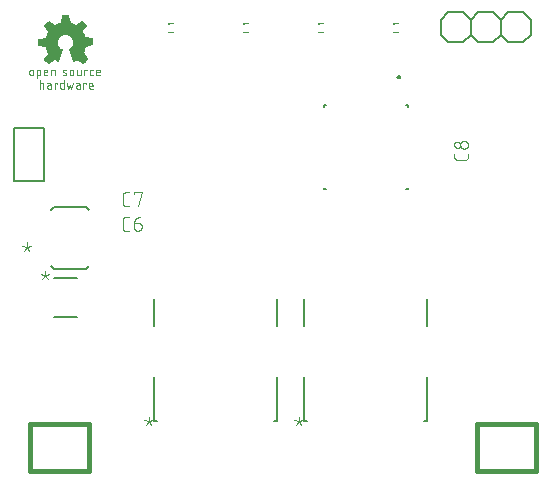
<source format=gbr>
G04 EAGLE Gerber RS-274X export*
G75*
%MOMM*%
%FSLAX34Y34*%
%LPD*%
%INSilkscreen Top*%
%IPPOS*%
%AMOC8*
5,1,8,0,0,1.08239X$1,22.5*%
G01*
%ADD10C,0.406400*%
%ADD11C,0.101600*%
%ADD12C,0.050800*%
%ADD13C,0.152400*%
%ADD14C,0.203200*%
%ADD15R,0.250000X0.225000*%
%ADD16C,0.200000*%
%ADD17C,0.127000*%
%ADD18C,0.076200*%

G36*
X36719Y362469D02*
X36719Y362469D01*
X36772Y362468D01*
X36795Y362479D01*
X36806Y362481D01*
X36816Y362489D01*
X36846Y362503D01*
X41927Y365973D01*
X44714Y364519D01*
X44747Y364513D01*
X44777Y364497D01*
X44815Y364499D01*
X44852Y364492D01*
X44884Y364504D01*
X44917Y364506D01*
X44948Y364528D01*
X44984Y364542D01*
X45004Y364569D01*
X45031Y364589D01*
X45064Y364650D01*
X45068Y364655D01*
X45068Y364657D01*
X45070Y364660D01*
X48626Y374820D01*
X48630Y374890D01*
X48634Y374960D01*
X48634Y374961D01*
X48600Y375021D01*
X48566Y375083D01*
X48565Y375084D01*
X48563Y375085D01*
X48500Y375130D01*
X47262Y375750D01*
X46207Y376603D01*
X46048Y376801D01*
X45358Y377662D01*
X44756Y378878D01*
X44429Y380195D01*
X44391Y381552D01*
X44644Y382885D01*
X45177Y384133D01*
X45965Y385238D01*
X46971Y386149D01*
X48149Y386823D01*
X49443Y387230D01*
X50796Y387349D01*
X52104Y387189D01*
X53352Y386765D01*
X54488Y386095D01*
X55464Y385207D01*
X56237Y384140D01*
X56777Y382937D01*
X57061Y381649D01*
X57075Y380331D01*
X56821Y379037D01*
X56308Y377822D01*
X55558Y376737D01*
X54603Y375828D01*
X53461Y375119D01*
X53418Y375072D01*
X53373Y375027D01*
X53371Y375020D01*
X53366Y375015D01*
X53355Y374952D01*
X53341Y374890D01*
X53343Y374881D01*
X53342Y374876D01*
X53346Y374866D01*
X53359Y374810D01*
X57296Y364904D01*
X57307Y364890D01*
X57311Y364873D01*
X57349Y364836D01*
X57382Y364793D01*
X57399Y364787D01*
X57412Y364775D01*
X57464Y364764D01*
X57515Y364745D01*
X57532Y364749D01*
X57549Y364745D01*
X57628Y364764D01*
X59152Y365399D01*
X59162Y365407D01*
X59195Y365422D01*
X60576Y366342D01*
X65514Y362886D01*
X65567Y362868D01*
X65617Y362843D01*
X65632Y362845D01*
X65647Y362840D01*
X65701Y362853D01*
X65757Y362859D01*
X65775Y362871D01*
X65784Y362873D01*
X65793Y362882D01*
X65826Y362902D01*
X66842Y363791D01*
X66845Y363796D01*
X66854Y363803D01*
X67743Y364692D01*
X67746Y364696D01*
X67753Y364703D01*
X68769Y365846D01*
X68772Y365851D01*
X68780Y365859D01*
X69669Y367002D01*
X69687Y367046D01*
X69712Y367087D01*
X69712Y367110D01*
X69721Y367132D01*
X69712Y367180D01*
X69712Y367228D01*
X69697Y367259D01*
X69695Y367271D01*
X69688Y367279D01*
X69677Y367301D01*
X66086Y372502D01*
X66894Y373887D01*
X66897Y373900D01*
X66915Y373935D01*
X67423Y375459D01*
X67424Y375466D01*
X67429Y375478D01*
X67897Y377351D01*
X73960Y378465D01*
X74016Y378493D01*
X74074Y378518D01*
X74079Y378524D01*
X74086Y378528D01*
X74119Y378582D01*
X74154Y378634D01*
X74156Y378644D01*
X74159Y378649D01*
X74158Y378660D01*
X74167Y378714D01*
X74167Y381635D01*
X74165Y381642D01*
X74166Y381658D01*
X74039Y383055D01*
X74039Y383056D01*
X74039Y383057D01*
X73912Y384327D01*
X73893Y384375D01*
X73882Y384424D01*
X73867Y384439D01*
X73860Y384458D01*
X73818Y384488D01*
X73782Y384524D01*
X73755Y384534D01*
X73745Y384540D01*
X73734Y384541D01*
X73706Y384551D01*
X67634Y385666D01*
X67171Y387170D01*
X67166Y387179D01*
X67160Y387201D01*
X66525Y388598D01*
X66519Y388604D01*
X66513Y388621D01*
X65628Y390138D01*
X65573Y390248D01*
X69040Y395076D01*
X69057Y395125D01*
X69082Y395171D01*
X69080Y395191D01*
X69087Y395209D01*
X69075Y395260D01*
X69072Y395311D01*
X69058Y395335D01*
X69056Y395347D01*
X69047Y395355D01*
X69032Y395382D01*
X68016Y396652D01*
X68008Y396657D01*
X67997Y396673D01*
X66727Y397943D01*
X66722Y397946D01*
X66715Y397955D01*
X65699Y398844D01*
X65691Y398847D01*
X65679Y398859D01*
X64790Y399494D01*
X64748Y399509D01*
X64711Y399532D01*
X64683Y399532D01*
X64657Y399541D01*
X64614Y399531D01*
X64570Y399530D01*
X64532Y399512D01*
X64520Y399509D01*
X64514Y399503D01*
X64497Y399495D01*
X59420Y395904D01*
X58416Y396461D01*
X58409Y396463D01*
X58396Y396471D01*
X56110Y397487D01*
X56097Y397489D01*
X56062Y397503D01*
X55083Y397721D01*
X53970Y403779D01*
X53946Y403826D01*
X53930Y403876D01*
X53915Y403888D01*
X53907Y403905D01*
X53862Y403932D01*
X53821Y403966D01*
X53796Y403972D01*
X53786Y403978D01*
X53774Y403977D01*
X53742Y403985D01*
X52218Y404112D01*
X52211Y404111D01*
X52197Y404113D01*
X49276Y404113D01*
X49268Y404111D01*
X49251Y404112D01*
X47981Y403985D01*
X47932Y403965D01*
X47880Y403953D01*
X47867Y403939D01*
X47850Y403933D01*
X47819Y403890D01*
X47782Y403852D01*
X47774Y403827D01*
X47768Y403818D01*
X47767Y403806D01*
X47756Y403775D01*
X46765Y397829D01*
X45005Y397242D01*
X45001Y397239D01*
X44991Y397237D01*
X43721Y396729D01*
X43713Y396723D01*
X43689Y396714D01*
X42053Y395779D01*
X37106Y399366D01*
X37058Y399383D01*
X37013Y399408D01*
X36993Y399407D01*
X36973Y399414D01*
X36923Y399403D01*
X36873Y399400D01*
X36847Y399386D01*
X36835Y399383D01*
X36827Y399375D01*
X36802Y399361D01*
X35659Y398472D01*
X35653Y398464D01*
X35635Y398451D01*
X34365Y397181D01*
X34362Y397177D01*
X34355Y397170D01*
X33343Y396033D01*
X32714Y395403D01*
X32684Y395348D01*
X32650Y395296D01*
X32650Y395287D01*
X32646Y395280D01*
X32650Y395217D01*
X32649Y395155D01*
X32654Y395145D01*
X32654Y395139D01*
X32661Y395130D01*
X32684Y395081D01*
X36148Y390008D01*
X35470Y388877D01*
X35468Y388869D01*
X35457Y388853D01*
X34695Y387202D01*
X34693Y387190D01*
X34681Y387163D01*
X34304Y385783D01*
X33985Y385038D01*
X27899Y384044D01*
X27840Y384016D01*
X27780Y383990D01*
X27777Y383986D01*
X27772Y383983D01*
X27737Y383928D01*
X27700Y383874D01*
X27699Y383867D01*
X27697Y383864D01*
X27697Y383855D01*
X27687Y383794D01*
X27687Y378206D01*
X27705Y378143D01*
X27721Y378080D01*
X27724Y378076D01*
X27726Y378071D01*
X27775Y378027D01*
X27822Y377982D01*
X27829Y377980D01*
X27831Y377977D01*
X27840Y377976D01*
X27899Y377956D01*
X33964Y376966D01*
X34428Y375342D01*
X34428Y375341D01*
X34428Y375339D01*
X34809Y374069D01*
X34816Y374059D01*
X34826Y374029D01*
X35334Y373013D01*
X35337Y373009D01*
X35341Y372998D01*
X36147Y371617D01*
X32561Y366671D01*
X32541Y366615D01*
X32516Y366562D01*
X32518Y366550D01*
X32513Y366538D01*
X32525Y366484D01*
X32525Y366480D01*
X32527Y366475D01*
X32533Y366422D01*
X32542Y366408D01*
X32544Y366400D01*
X32553Y366391D01*
X32577Y366354D01*
X33593Y365211D01*
X33597Y365208D01*
X33603Y365200D01*
X34492Y364311D01*
X34496Y364308D01*
X34503Y364301D01*
X35646Y363285D01*
X35647Y363284D01*
X35649Y363282D01*
X36538Y362520D01*
X36587Y362498D01*
X36631Y362469D01*
X36650Y362469D01*
X36666Y362461D01*
X36719Y362469D01*
G37*
D10*
X70800Y58100D02*
X20800Y58100D01*
X20800Y18100D01*
X70800Y18100D01*
X70800Y58100D01*
D11*
X101704Y221508D02*
X104301Y221508D01*
X101704Y221508D02*
X101605Y221510D01*
X101505Y221516D01*
X101406Y221525D01*
X101308Y221538D01*
X101210Y221555D01*
X101112Y221576D01*
X101016Y221601D01*
X100921Y221629D01*
X100827Y221661D01*
X100734Y221696D01*
X100642Y221735D01*
X100552Y221778D01*
X100464Y221823D01*
X100377Y221873D01*
X100293Y221925D01*
X100210Y221981D01*
X100130Y222039D01*
X100052Y222101D01*
X99977Y222166D01*
X99904Y222234D01*
X99834Y222304D01*
X99766Y222377D01*
X99701Y222452D01*
X99639Y222530D01*
X99581Y222610D01*
X99525Y222693D01*
X99473Y222777D01*
X99423Y222864D01*
X99378Y222952D01*
X99335Y223042D01*
X99296Y223134D01*
X99261Y223227D01*
X99229Y223321D01*
X99201Y223416D01*
X99176Y223512D01*
X99155Y223610D01*
X99138Y223708D01*
X99125Y223806D01*
X99116Y223905D01*
X99110Y224005D01*
X99108Y224104D01*
X99108Y230596D01*
X99110Y230695D01*
X99116Y230795D01*
X99125Y230894D01*
X99138Y230992D01*
X99155Y231090D01*
X99176Y231188D01*
X99201Y231284D01*
X99229Y231379D01*
X99261Y231473D01*
X99296Y231566D01*
X99335Y231658D01*
X99378Y231748D01*
X99423Y231836D01*
X99473Y231923D01*
X99525Y232007D01*
X99581Y232090D01*
X99639Y232170D01*
X99701Y232248D01*
X99766Y232323D01*
X99834Y232396D01*
X99904Y232466D01*
X99977Y232534D01*
X100052Y232599D01*
X100130Y232661D01*
X100210Y232719D01*
X100293Y232775D01*
X100377Y232827D01*
X100464Y232877D01*
X100552Y232922D01*
X100642Y232965D01*
X100734Y233004D01*
X100826Y233039D01*
X100921Y233071D01*
X101016Y233099D01*
X101112Y233124D01*
X101210Y233145D01*
X101308Y233162D01*
X101406Y233175D01*
X101505Y233184D01*
X101605Y233190D01*
X101704Y233192D01*
X104301Y233192D01*
X108666Y227999D02*
X112561Y227999D01*
X112660Y227997D01*
X112760Y227991D01*
X112859Y227982D01*
X112957Y227969D01*
X113055Y227952D01*
X113153Y227931D01*
X113249Y227906D01*
X113344Y227878D01*
X113438Y227846D01*
X113531Y227811D01*
X113623Y227772D01*
X113713Y227729D01*
X113801Y227684D01*
X113888Y227634D01*
X113972Y227582D01*
X114055Y227526D01*
X114135Y227468D01*
X114213Y227406D01*
X114288Y227341D01*
X114361Y227273D01*
X114431Y227203D01*
X114499Y227130D01*
X114564Y227055D01*
X114626Y226977D01*
X114684Y226897D01*
X114740Y226814D01*
X114792Y226730D01*
X114842Y226643D01*
X114887Y226555D01*
X114930Y226465D01*
X114969Y226373D01*
X115004Y226280D01*
X115036Y226186D01*
X115064Y226091D01*
X115089Y225995D01*
X115110Y225897D01*
X115127Y225799D01*
X115140Y225701D01*
X115149Y225602D01*
X115155Y225502D01*
X115157Y225403D01*
X115157Y224754D01*
X115158Y224754D02*
X115156Y224641D01*
X115150Y224528D01*
X115140Y224415D01*
X115126Y224302D01*
X115109Y224190D01*
X115087Y224079D01*
X115062Y223969D01*
X115032Y223859D01*
X114999Y223751D01*
X114962Y223644D01*
X114922Y223538D01*
X114877Y223434D01*
X114829Y223331D01*
X114778Y223230D01*
X114723Y223131D01*
X114665Y223034D01*
X114603Y222939D01*
X114538Y222846D01*
X114470Y222756D01*
X114399Y222668D01*
X114324Y222582D01*
X114247Y222499D01*
X114167Y222419D01*
X114084Y222342D01*
X113998Y222267D01*
X113910Y222196D01*
X113820Y222128D01*
X113727Y222063D01*
X113632Y222001D01*
X113535Y221943D01*
X113436Y221888D01*
X113335Y221837D01*
X113232Y221789D01*
X113128Y221744D01*
X113022Y221704D01*
X112915Y221667D01*
X112807Y221634D01*
X112697Y221604D01*
X112587Y221579D01*
X112476Y221557D01*
X112364Y221540D01*
X112251Y221526D01*
X112138Y221516D01*
X112025Y221510D01*
X111912Y221508D01*
X111799Y221510D01*
X111686Y221516D01*
X111573Y221526D01*
X111460Y221540D01*
X111348Y221557D01*
X111237Y221579D01*
X111127Y221604D01*
X111017Y221634D01*
X110909Y221667D01*
X110802Y221704D01*
X110696Y221744D01*
X110592Y221789D01*
X110489Y221837D01*
X110388Y221888D01*
X110289Y221943D01*
X110192Y222001D01*
X110097Y222063D01*
X110004Y222128D01*
X109914Y222196D01*
X109826Y222267D01*
X109740Y222342D01*
X109657Y222419D01*
X109577Y222499D01*
X109500Y222582D01*
X109425Y222668D01*
X109354Y222756D01*
X109286Y222846D01*
X109221Y222939D01*
X109159Y223034D01*
X109101Y223131D01*
X109046Y223230D01*
X108995Y223331D01*
X108947Y223434D01*
X108902Y223538D01*
X108862Y223644D01*
X108825Y223751D01*
X108792Y223859D01*
X108762Y223969D01*
X108737Y224079D01*
X108715Y224190D01*
X108698Y224302D01*
X108684Y224415D01*
X108674Y224528D01*
X108668Y224641D01*
X108666Y224754D01*
X108666Y227999D01*
X108668Y228142D01*
X108674Y228285D01*
X108684Y228428D01*
X108698Y228570D01*
X108715Y228712D01*
X108737Y228854D01*
X108762Y228995D01*
X108792Y229135D01*
X108825Y229274D01*
X108862Y229412D01*
X108903Y229549D01*
X108947Y229685D01*
X108996Y229820D01*
X109048Y229953D01*
X109103Y230085D01*
X109163Y230215D01*
X109226Y230344D01*
X109292Y230471D01*
X109362Y230595D01*
X109435Y230718D01*
X109512Y230839D01*
X109592Y230958D01*
X109675Y231074D01*
X109761Y231189D01*
X109850Y231300D01*
X109943Y231410D01*
X110038Y231516D01*
X110137Y231620D01*
X110238Y231721D01*
X110342Y231820D01*
X110448Y231915D01*
X110558Y232008D01*
X110669Y232097D01*
X110784Y232183D01*
X110900Y232266D01*
X111019Y232346D01*
X111140Y232423D01*
X111262Y232496D01*
X111387Y232566D01*
X111514Y232632D01*
X111643Y232695D01*
X111773Y232755D01*
X111905Y232810D01*
X112038Y232862D01*
X112173Y232911D01*
X112309Y232955D01*
X112446Y232996D01*
X112584Y233033D01*
X112723Y233066D01*
X112863Y233096D01*
X113004Y233121D01*
X113146Y233143D01*
X113288Y233160D01*
X113430Y233174D01*
X113573Y233184D01*
X113716Y233190D01*
X113859Y233192D01*
X104401Y242408D02*
X101804Y242408D01*
X101705Y242410D01*
X101605Y242416D01*
X101506Y242425D01*
X101408Y242438D01*
X101310Y242455D01*
X101212Y242476D01*
X101116Y242501D01*
X101021Y242529D01*
X100927Y242561D01*
X100834Y242596D01*
X100742Y242635D01*
X100652Y242678D01*
X100564Y242723D01*
X100477Y242773D01*
X100393Y242825D01*
X100310Y242881D01*
X100230Y242939D01*
X100152Y243001D01*
X100077Y243066D01*
X100004Y243134D01*
X99934Y243204D01*
X99866Y243277D01*
X99801Y243352D01*
X99739Y243430D01*
X99681Y243510D01*
X99625Y243593D01*
X99573Y243677D01*
X99523Y243764D01*
X99478Y243852D01*
X99435Y243942D01*
X99396Y244034D01*
X99361Y244127D01*
X99329Y244221D01*
X99301Y244316D01*
X99276Y244412D01*
X99255Y244510D01*
X99238Y244608D01*
X99225Y244706D01*
X99216Y244805D01*
X99210Y244905D01*
X99208Y245004D01*
X99208Y251496D01*
X99210Y251595D01*
X99216Y251695D01*
X99225Y251794D01*
X99238Y251892D01*
X99255Y251990D01*
X99276Y252088D01*
X99301Y252184D01*
X99329Y252279D01*
X99361Y252373D01*
X99396Y252466D01*
X99435Y252558D01*
X99478Y252648D01*
X99523Y252736D01*
X99573Y252823D01*
X99625Y252907D01*
X99681Y252990D01*
X99739Y253070D01*
X99801Y253148D01*
X99866Y253223D01*
X99934Y253296D01*
X100004Y253366D01*
X100077Y253434D01*
X100152Y253499D01*
X100230Y253561D01*
X100310Y253619D01*
X100393Y253675D01*
X100477Y253727D01*
X100564Y253777D01*
X100652Y253822D01*
X100742Y253865D01*
X100834Y253904D01*
X100926Y253939D01*
X101021Y253971D01*
X101116Y253999D01*
X101212Y254024D01*
X101310Y254045D01*
X101408Y254062D01*
X101506Y254075D01*
X101605Y254084D01*
X101705Y254090D01*
X101804Y254092D01*
X104401Y254092D01*
X108766Y254092D02*
X108766Y252794D01*
X108766Y254092D02*
X115257Y254092D01*
X112012Y242408D01*
X391442Y284089D02*
X391442Y286686D01*
X391442Y284089D02*
X391440Y283990D01*
X391434Y283890D01*
X391425Y283791D01*
X391412Y283693D01*
X391395Y283595D01*
X391374Y283497D01*
X391349Y283401D01*
X391321Y283306D01*
X391289Y283212D01*
X391254Y283119D01*
X391215Y283027D01*
X391172Y282937D01*
X391127Y282849D01*
X391077Y282762D01*
X391025Y282678D01*
X390969Y282595D01*
X390911Y282515D01*
X390849Y282437D01*
X390784Y282362D01*
X390716Y282289D01*
X390646Y282219D01*
X390573Y282151D01*
X390498Y282086D01*
X390420Y282024D01*
X390340Y281966D01*
X390257Y281910D01*
X390173Y281858D01*
X390086Y281808D01*
X389998Y281763D01*
X389908Y281720D01*
X389816Y281681D01*
X389723Y281646D01*
X389629Y281614D01*
X389534Y281586D01*
X389438Y281561D01*
X389340Y281540D01*
X389242Y281523D01*
X389144Y281510D01*
X389045Y281501D01*
X388945Y281495D01*
X388846Y281493D01*
X382354Y281493D01*
X382354Y281492D02*
X382255Y281494D01*
X382155Y281500D01*
X382056Y281509D01*
X381958Y281522D01*
X381860Y281540D01*
X381762Y281560D01*
X381666Y281585D01*
X381570Y281613D01*
X381476Y281645D01*
X381383Y281680D01*
X381292Y281719D01*
X381202Y281762D01*
X381113Y281807D01*
X381027Y281857D01*
X380942Y281909D01*
X380860Y281965D01*
X380780Y282024D01*
X380702Y282085D01*
X380626Y282150D01*
X380553Y282218D01*
X380483Y282288D01*
X380415Y282361D01*
X380350Y282437D01*
X380289Y282515D01*
X380230Y282595D01*
X380174Y282677D01*
X380122Y282762D01*
X380073Y282848D01*
X380027Y282937D01*
X379984Y283027D01*
X379945Y283118D01*
X379910Y283211D01*
X379878Y283305D01*
X379850Y283401D01*
X379825Y283497D01*
X379805Y283595D01*
X379787Y283693D01*
X379774Y283791D01*
X379765Y283890D01*
X379759Y283989D01*
X379757Y284089D01*
X379758Y284089D02*
X379758Y286686D01*
X388196Y291050D02*
X388083Y291052D01*
X387970Y291058D01*
X387857Y291068D01*
X387744Y291082D01*
X387632Y291099D01*
X387521Y291121D01*
X387411Y291146D01*
X387301Y291176D01*
X387193Y291209D01*
X387086Y291246D01*
X386980Y291286D01*
X386876Y291331D01*
X386773Y291379D01*
X386672Y291430D01*
X386573Y291485D01*
X386476Y291543D01*
X386381Y291605D01*
X386288Y291670D01*
X386198Y291738D01*
X386110Y291809D01*
X386024Y291884D01*
X385941Y291961D01*
X385861Y292041D01*
X385784Y292124D01*
X385709Y292210D01*
X385638Y292298D01*
X385570Y292388D01*
X385505Y292481D01*
X385443Y292576D01*
X385385Y292673D01*
X385330Y292772D01*
X385279Y292873D01*
X385231Y292976D01*
X385186Y293080D01*
X385146Y293186D01*
X385109Y293293D01*
X385076Y293401D01*
X385046Y293511D01*
X385021Y293621D01*
X384999Y293732D01*
X384982Y293844D01*
X384968Y293957D01*
X384958Y294070D01*
X384952Y294183D01*
X384950Y294296D01*
X384952Y294409D01*
X384958Y294522D01*
X384968Y294635D01*
X384982Y294748D01*
X384999Y294860D01*
X385021Y294971D01*
X385046Y295081D01*
X385076Y295191D01*
X385109Y295299D01*
X385146Y295406D01*
X385186Y295512D01*
X385231Y295616D01*
X385279Y295719D01*
X385330Y295820D01*
X385385Y295919D01*
X385443Y296016D01*
X385505Y296111D01*
X385570Y296204D01*
X385638Y296294D01*
X385709Y296382D01*
X385784Y296468D01*
X385861Y296551D01*
X385941Y296631D01*
X386024Y296708D01*
X386110Y296783D01*
X386198Y296854D01*
X386288Y296922D01*
X386381Y296987D01*
X386476Y297049D01*
X386573Y297107D01*
X386672Y297162D01*
X386773Y297213D01*
X386876Y297261D01*
X386980Y297306D01*
X387086Y297346D01*
X387193Y297383D01*
X387301Y297416D01*
X387411Y297446D01*
X387521Y297471D01*
X387632Y297493D01*
X387744Y297510D01*
X387857Y297524D01*
X387970Y297534D01*
X388083Y297540D01*
X388196Y297542D01*
X388309Y297540D01*
X388422Y297534D01*
X388535Y297524D01*
X388648Y297510D01*
X388760Y297493D01*
X388871Y297471D01*
X388981Y297446D01*
X389091Y297416D01*
X389199Y297383D01*
X389306Y297346D01*
X389412Y297306D01*
X389516Y297261D01*
X389619Y297213D01*
X389720Y297162D01*
X389819Y297107D01*
X389916Y297049D01*
X390011Y296987D01*
X390104Y296922D01*
X390194Y296854D01*
X390282Y296783D01*
X390368Y296708D01*
X390451Y296631D01*
X390531Y296551D01*
X390608Y296468D01*
X390683Y296382D01*
X390754Y296294D01*
X390822Y296204D01*
X390887Y296111D01*
X390949Y296016D01*
X391007Y295919D01*
X391062Y295820D01*
X391113Y295719D01*
X391161Y295616D01*
X391206Y295512D01*
X391246Y295406D01*
X391283Y295299D01*
X391316Y295191D01*
X391346Y295081D01*
X391371Y294971D01*
X391393Y294860D01*
X391410Y294748D01*
X391424Y294635D01*
X391434Y294522D01*
X391440Y294409D01*
X391442Y294296D01*
X391440Y294183D01*
X391434Y294070D01*
X391424Y293957D01*
X391410Y293844D01*
X391393Y293732D01*
X391371Y293621D01*
X391346Y293511D01*
X391316Y293401D01*
X391283Y293293D01*
X391246Y293186D01*
X391206Y293080D01*
X391161Y292976D01*
X391113Y292873D01*
X391062Y292772D01*
X391007Y292673D01*
X390949Y292576D01*
X390887Y292481D01*
X390822Y292388D01*
X390754Y292298D01*
X390683Y292210D01*
X390608Y292124D01*
X390531Y292041D01*
X390451Y291961D01*
X390368Y291884D01*
X390282Y291809D01*
X390194Y291738D01*
X390104Y291670D01*
X390011Y291605D01*
X389916Y291543D01*
X389819Y291485D01*
X389720Y291430D01*
X389619Y291379D01*
X389516Y291331D01*
X389412Y291286D01*
X389306Y291246D01*
X389199Y291209D01*
X389091Y291176D01*
X388981Y291146D01*
X388871Y291121D01*
X388760Y291099D01*
X388648Y291082D01*
X388535Y291068D01*
X388422Y291058D01*
X388309Y291052D01*
X388196Y291050D01*
X382354Y291700D02*
X382253Y291702D01*
X382153Y291708D01*
X382053Y291718D01*
X381953Y291731D01*
X381854Y291749D01*
X381755Y291770D01*
X381658Y291795D01*
X381561Y291824D01*
X381466Y291857D01*
X381372Y291893D01*
X381280Y291933D01*
X381189Y291976D01*
X381100Y292023D01*
X381013Y292073D01*
X380927Y292127D01*
X380844Y292184D01*
X380764Y292244D01*
X380685Y292307D01*
X380609Y292374D01*
X380536Y292443D01*
X380466Y292515D01*
X380398Y292589D01*
X380333Y292666D01*
X380272Y292746D01*
X380213Y292828D01*
X380158Y292912D01*
X380106Y292998D01*
X380057Y293086D01*
X380012Y293176D01*
X379970Y293268D01*
X379932Y293361D01*
X379898Y293456D01*
X379867Y293551D01*
X379840Y293648D01*
X379817Y293746D01*
X379797Y293845D01*
X379782Y293945D01*
X379770Y294045D01*
X379762Y294145D01*
X379758Y294246D01*
X379758Y294346D01*
X379762Y294447D01*
X379770Y294547D01*
X379782Y294647D01*
X379797Y294747D01*
X379817Y294846D01*
X379840Y294944D01*
X379867Y295041D01*
X379898Y295136D01*
X379932Y295231D01*
X379970Y295324D01*
X380012Y295416D01*
X380057Y295506D01*
X380106Y295594D01*
X380158Y295680D01*
X380213Y295764D01*
X380272Y295846D01*
X380333Y295926D01*
X380398Y296003D01*
X380466Y296077D01*
X380536Y296149D01*
X380609Y296218D01*
X380685Y296285D01*
X380764Y296348D01*
X380844Y296408D01*
X380927Y296465D01*
X381013Y296519D01*
X381100Y296569D01*
X381189Y296616D01*
X381280Y296659D01*
X381372Y296699D01*
X381466Y296735D01*
X381561Y296768D01*
X381658Y296797D01*
X381755Y296822D01*
X381854Y296843D01*
X381953Y296861D01*
X382053Y296874D01*
X382153Y296884D01*
X382253Y296890D01*
X382354Y296892D01*
X382455Y296890D01*
X382555Y296884D01*
X382655Y296874D01*
X382755Y296861D01*
X382854Y296843D01*
X382953Y296822D01*
X383050Y296797D01*
X383147Y296768D01*
X383242Y296735D01*
X383336Y296699D01*
X383428Y296659D01*
X383519Y296616D01*
X383608Y296569D01*
X383695Y296519D01*
X383781Y296465D01*
X383864Y296408D01*
X383944Y296348D01*
X384023Y296285D01*
X384099Y296218D01*
X384172Y296149D01*
X384242Y296077D01*
X384310Y296003D01*
X384375Y295926D01*
X384436Y295846D01*
X384495Y295764D01*
X384550Y295680D01*
X384602Y295594D01*
X384651Y295506D01*
X384696Y295416D01*
X384738Y295324D01*
X384776Y295231D01*
X384810Y295136D01*
X384841Y295041D01*
X384868Y294944D01*
X384891Y294846D01*
X384911Y294747D01*
X384926Y294647D01*
X384938Y294547D01*
X384946Y294447D01*
X384950Y294346D01*
X384950Y294246D01*
X384946Y294145D01*
X384938Y294045D01*
X384926Y293945D01*
X384911Y293845D01*
X384891Y293746D01*
X384868Y293648D01*
X384841Y293551D01*
X384810Y293456D01*
X384776Y293361D01*
X384738Y293268D01*
X384696Y293176D01*
X384651Y293086D01*
X384602Y292998D01*
X384550Y292912D01*
X384495Y292828D01*
X384436Y292746D01*
X384375Y292666D01*
X384310Y292589D01*
X384242Y292515D01*
X384172Y292443D01*
X384099Y292374D01*
X384023Y292307D01*
X383944Y292244D01*
X383864Y292184D01*
X383781Y292127D01*
X383695Y292073D01*
X383608Y292023D01*
X383519Y291976D01*
X383428Y291933D01*
X383336Y291893D01*
X383242Y291857D01*
X383147Y291824D01*
X383050Y291795D01*
X382953Y291770D01*
X382854Y291749D01*
X382755Y291731D01*
X382655Y291718D01*
X382555Y291708D01*
X382455Y291702D01*
X382354Y291700D01*
D12*
X20131Y354894D02*
X20131Y356475D01*
X20132Y356475D02*
X20134Y356554D01*
X20140Y356632D01*
X20150Y356710D01*
X20163Y356788D01*
X20181Y356865D01*
X20202Y356941D01*
X20227Y357015D01*
X20256Y357089D01*
X20288Y357161D01*
X20324Y357231D01*
X20364Y357299D01*
X20407Y357365D01*
X20453Y357429D01*
X20502Y357491D01*
X20554Y357550D01*
X20609Y357606D01*
X20667Y357660D01*
X20727Y357710D01*
X20790Y357758D01*
X20855Y357802D01*
X20922Y357843D01*
X20991Y357881D01*
X21062Y357915D01*
X21135Y357946D01*
X21209Y357973D01*
X21284Y357996D01*
X21360Y358015D01*
X21438Y358031D01*
X21516Y358043D01*
X21594Y358051D01*
X21673Y358055D01*
X21751Y358055D01*
X21830Y358051D01*
X21908Y358043D01*
X21986Y358031D01*
X22064Y358015D01*
X22140Y357996D01*
X22215Y357973D01*
X22289Y357946D01*
X22362Y357915D01*
X22433Y357881D01*
X22502Y357843D01*
X22569Y357802D01*
X22634Y357758D01*
X22697Y357710D01*
X22757Y357660D01*
X22815Y357606D01*
X22870Y357550D01*
X22922Y357491D01*
X22971Y357429D01*
X23017Y357365D01*
X23060Y357299D01*
X23100Y357231D01*
X23136Y357161D01*
X23168Y357089D01*
X23197Y357015D01*
X23222Y356941D01*
X23243Y356865D01*
X23261Y356788D01*
X23274Y356710D01*
X23284Y356632D01*
X23290Y356554D01*
X23292Y356475D01*
X23292Y354894D01*
X23290Y354815D01*
X23284Y354737D01*
X23274Y354659D01*
X23261Y354581D01*
X23243Y354504D01*
X23222Y354428D01*
X23197Y354354D01*
X23168Y354280D01*
X23136Y354208D01*
X23100Y354138D01*
X23060Y354070D01*
X23017Y354004D01*
X22971Y353940D01*
X22922Y353878D01*
X22870Y353819D01*
X22815Y353763D01*
X22757Y353709D01*
X22697Y353659D01*
X22634Y353611D01*
X22569Y353567D01*
X22502Y353526D01*
X22433Y353488D01*
X22362Y353454D01*
X22289Y353423D01*
X22215Y353396D01*
X22140Y353373D01*
X22064Y353354D01*
X21986Y353338D01*
X21908Y353326D01*
X21830Y353318D01*
X21751Y353314D01*
X21673Y353314D01*
X21594Y353318D01*
X21516Y353326D01*
X21438Y353338D01*
X21360Y353354D01*
X21284Y353373D01*
X21209Y353396D01*
X21135Y353423D01*
X21062Y353454D01*
X20991Y353488D01*
X20922Y353526D01*
X20855Y353567D01*
X20790Y353611D01*
X20727Y353659D01*
X20667Y353709D01*
X20609Y353763D01*
X20554Y353819D01*
X20502Y353878D01*
X20453Y353940D01*
X20407Y354004D01*
X20364Y354070D01*
X20324Y354138D01*
X20288Y354208D01*
X20256Y354280D01*
X20227Y354354D01*
X20202Y354428D01*
X20181Y354504D01*
X20163Y354581D01*
X20150Y354659D01*
X20140Y354737D01*
X20134Y354815D01*
X20132Y354894D01*
X26336Y358055D02*
X26336Y350943D01*
X26336Y358055D02*
X28311Y358055D01*
X28377Y358053D01*
X28444Y358048D01*
X28509Y358038D01*
X28575Y358025D01*
X28639Y358009D01*
X28702Y357989D01*
X28764Y357965D01*
X28825Y357938D01*
X28884Y357907D01*
X28941Y357873D01*
X28997Y357836D01*
X29050Y357796D01*
X29101Y357754D01*
X29149Y357708D01*
X29195Y357660D01*
X29237Y357609D01*
X29277Y357556D01*
X29314Y357500D01*
X29348Y357443D01*
X29379Y357384D01*
X29406Y357324D01*
X29429Y357261D01*
X29450Y357198D01*
X29466Y357134D01*
X29479Y357069D01*
X29489Y357003D01*
X29494Y356936D01*
X29496Y356870D01*
X29497Y356870D02*
X29497Y354499D01*
X29496Y354499D02*
X29494Y354433D01*
X29489Y354366D01*
X29479Y354301D01*
X29466Y354235D01*
X29450Y354171D01*
X29430Y354108D01*
X29406Y354046D01*
X29379Y353985D01*
X29348Y353926D01*
X29314Y353869D01*
X29277Y353813D01*
X29237Y353760D01*
X29195Y353709D01*
X29149Y353661D01*
X29101Y353615D01*
X29050Y353573D01*
X28997Y353533D01*
X28941Y353496D01*
X28884Y353462D01*
X28825Y353431D01*
X28764Y353404D01*
X28702Y353380D01*
X28639Y353360D01*
X28575Y353344D01*
X28509Y353331D01*
X28444Y353321D01*
X28377Y353316D01*
X28311Y353314D01*
X26336Y353314D01*
X33432Y353314D02*
X35408Y353314D01*
X33432Y353314D02*
X33366Y353316D01*
X33299Y353321D01*
X33234Y353331D01*
X33168Y353344D01*
X33104Y353360D01*
X33041Y353380D01*
X32979Y353404D01*
X32918Y353431D01*
X32859Y353462D01*
X32802Y353496D01*
X32746Y353533D01*
X32693Y353573D01*
X32642Y353615D01*
X32594Y353661D01*
X32548Y353709D01*
X32506Y353760D01*
X32466Y353813D01*
X32429Y353869D01*
X32395Y353926D01*
X32364Y353985D01*
X32337Y354046D01*
X32313Y354108D01*
X32293Y354171D01*
X32277Y354235D01*
X32264Y354301D01*
X32254Y354366D01*
X32249Y354433D01*
X32247Y354499D01*
X32247Y356475D01*
X32248Y356475D02*
X32250Y356554D01*
X32256Y356632D01*
X32266Y356710D01*
X32279Y356788D01*
X32297Y356865D01*
X32318Y356941D01*
X32343Y357015D01*
X32372Y357089D01*
X32404Y357161D01*
X32440Y357231D01*
X32480Y357299D01*
X32523Y357365D01*
X32569Y357429D01*
X32618Y357491D01*
X32670Y357550D01*
X32725Y357606D01*
X32783Y357660D01*
X32843Y357710D01*
X32906Y357758D01*
X32971Y357802D01*
X33038Y357843D01*
X33107Y357881D01*
X33178Y357915D01*
X33251Y357946D01*
X33325Y357973D01*
X33400Y357996D01*
X33476Y358015D01*
X33554Y358031D01*
X33632Y358043D01*
X33710Y358051D01*
X33789Y358055D01*
X33867Y358055D01*
X33946Y358051D01*
X34024Y358043D01*
X34102Y358031D01*
X34180Y358015D01*
X34256Y357996D01*
X34331Y357973D01*
X34405Y357946D01*
X34478Y357915D01*
X34549Y357881D01*
X34618Y357843D01*
X34685Y357802D01*
X34750Y357758D01*
X34813Y357710D01*
X34873Y357660D01*
X34931Y357606D01*
X34986Y357550D01*
X35038Y357491D01*
X35087Y357429D01*
X35133Y357365D01*
X35176Y357299D01*
X35216Y357231D01*
X35252Y357161D01*
X35284Y357089D01*
X35313Y357015D01*
X35338Y356941D01*
X35359Y356865D01*
X35377Y356788D01*
X35390Y356710D01*
X35400Y356632D01*
X35406Y356554D01*
X35408Y356475D01*
X35408Y355685D01*
X32247Y355685D01*
X38419Y353314D02*
X38419Y358055D01*
X40395Y358055D01*
X40461Y358053D01*
X40528Y358048D01*
X40593Y358038D01*
X40659Y358025D01*
X40723Y358009D01*
X40786Y357989D01*
X40848Y357965D01*
X40909Y357938D01*
X40968Y357907D01*
X41025Y357873D01*
X41081Y357836D01*
X41134Y357796D01*
X41185Y357754D01*
X41233Y357708D01*
X41279Y357660D01*
X41321Y357609D01*
X41361Y357556D01*
X41398Y357500D01*
X41432Y357443D01*
X41463Y357384D01*
X41490Y357324D01*
X41513Y357261D01*
X41534Y357198D01*
X41550Y357134D01*
X41563Y357069D01*
X41573Y357003D01*
X41578Y356936D01*
X41580Y356870D01*
X41580Y353314D01*
X48842Y356080D02*
X50817Y355290D01*
X48842Y356080D02*
X48784Y356105D01*
X48728Y356134D01*
X48673Y356166D01*
X48621Y356202D01*
X48571Y356241D01*
X48524Y356282D01*
X48479Y356327D01*
X48437Y356374D01*
X48398Y356423D01*
X48362Y356475D01*
X48329Y356529D01*
X48300Y356585D01*
X48274Y356643D01*
X48252Y356702D01*
X48234Y356763D01*
X48219Y356824D01*
X48208Y356886D01*
X48201Y356949D01*
X48198Y357012D01*
X48199Y357075D01*
X48204Y357138D01*
X48212Y357201D01*
X48225Y357263D01*
X48241Y357324D01*
X48261Y357384D01*
X48284Y357442D01*
X48311Y357499D01*
X48342Y357554D01*
X48376Y357608D01*
X48413Y357659D01*
X48453Y357707D01*
X48496Y357754D01*
X48542Y357797D01*
X48591Y357837D01*
X48642Y357875D01*
X48695Y357909D01*
X48750Y357940D01*
X48807Y357967D01*
X48865Y357991D01*
X48925Y358011D01*
X48986Y358027D01*
X49048Y358040D01*
X49111Y358049D01*
X49173Y358054D01*
X49237Y358055D01*
X49237Y358056D02*
X49368Y358052D01*
X49499Y358044D01*
X49629Y358033D01*
X49759Y358018D01*
X49889Y357998D01*
X50018Y357976D01*
X50146Y357949D01*
X50274Y357919D01*
X50400Y357885D01*
X50526Y357847D01*
X50650Y357806D01*
X50773Y357761D01*
X50895Y357712D01*
X51015Y357660D01*
X50817Y355289D02*
X50875Y355264D01*
X50931Y355235D01*
X50986Y355203D01*
X51038Y355167D01*
X51088Y355128D01*
X51135Y355087D01*
X51180Y355042D01*
X51222Y354995D01*
X51261Y354946D01*
X51297Y354894D01*
X51330Y354840D01*
X51359Y354784D01*
X51385Y354726D01*
X51407Y354667D01*
X51425Y354606D01*
X51440Y354545D01*
X51451Y354483D01*
X51458Y354420D01*
X51461Y354357D01*
X51460Y354294D01*
X51455Y354231D01*
X51447Y354168D01*
X51434Y354106D01*
X51418Y354045D01*
X51398Y353985D01*
X51375Y353927D01*
X51348Y353870D01*
X51317Y353815D01*
X51283Y353761D01*
X51246Y353710D01*
X51206Y353662D01*
X51163Y353615D01*
X51117Y353572D01*
X51068Y353532D01*
X51017Y353494D01*
X50964Y353460D01*
X50909Y353429D01*
X50852Y353402D01*
X50794Y353378D01*
X50734Y353358D01*
X50673Y353342D01*
X50611Y353329D01*
X50548Y353320D01*
X50486Y353315D01*
X50422Y353314D01*
X50264Y353318D01*
X50106Y353326D01*
X49948Y353337D01*
X49790Y353353D01*
X49632Y353372D01*
X49476Y353395D01*
X49319Y353421D01*
X49164Y353451D01*
X49009Y353485D01*
X48855Y353523D01*
X48702Y353564D01*
X48550Y353609D01*
X48399Y353657D01*
X48249Y353709D01*
X54193Y354894D02*
X54193Y356475D01*
X54195Y356554D01*
X54201Y356632D01*
X54211Y356710D01*
X54224Y356788D01*
X54242Y356865D01*
X54263Y356941D01*
X54288Y357015D01*
X54317Y357089D01*
X54349Y357161D01*
X54385Y357231D01*
X54425Y357299D01*
X54468Y357365D01*
X54514Y357429D01*
X54563Y357491D01*
X54615Y357550D01*
X54670Y357606D01*
X54728Y357660D01*
X54788Y357710D01*
X54851Y357758D01*
X54916Y357802D01*
X54983Y357843D01*
X55052Y357881D01*
X55123Y357915D01*
X55196Y357946D01*
X55270Y357973D01*
X55345Y357996D01*
X55421Y358015D01*
X55499Y358031D01*
X55577Y358043D01*
X55655Y358051D01*
X55734Y358055D01*
X55812Y358055D01*
X55891Y358051D01*
X55969Y358043D01*
X56047Y358031D01*
X56125Y358015D01*
X56201Y357996D01*
X56276Y357973D01*
X56350Y357946D01*
X56423Y357915D01*
X56494Y357881D01*
X56563Y357843D01*
X56630Y357802D01*
X56695Y357758D01*
X56758Y357710D01*
X56818Y357660D01*
X56876Y357606D01*
X56931Y357550D01*
X56983Y357491D01*
X57032Y357429D01*
X57078Y357365D01*
X57121Y357299D01*
X57161Y357231D01*
X57197Y357161D01*
X57229Y357089D01*
X57258Y357015D01*
X57283Y356941D01*
X57304Y356865D01*
X57322Y356788D01*
X57335Y356710D01*
X57345Y356632D01*
X57351Y356554D01*
X57353Y356475D01*
X57353Y354894D01*
X57351Y354815D01*
X57345Y354737D01*
X57335Y354659D01*
X57322Y354581D01*
X57304Y354504D01*
X57283Y354428D01*
X57258Y354354D01*
X57229Y354280D01*
X57197Y354208D01*
X57161Y354138D01*
X57121Y354070D01*
X57078Y354004D01*
X57032Y353940D01*
X56983Y353878D01*
X56931Y353819D01*
X56876Y353763D01*
X56818Y353709D01*
X56758Y353659D01*
X56695Y353611D01*
X56630Y353567D01*
X56563Y353526D01*
X56494Y353488D01*
X56423Y353454D01*
X56350Y353423D01*
X56276Y353396D01*
X56201Y353373D01*
X56125Y353354D01*
X56047Y353338D01*
X55969Y353326D01*
X55891Y353318D01*
X55812Y353314D01*
X55734Y353314D01*
X55655Y353318D01*
X55577Y353326D01*
X55499Y353338D01*
X55421Y353354D01*
X55345Y353373D01*
X55270Y353396D01*
X55196Y353423D01*
X55123Y353454D01*
X55052Y353488D01*
X54983Y353526D01*
X54916Y353567D01*
X54851Y353611D01*
X54788Y353659D01*
X54728Y353709D01*
X54670Y353763D01*
X54615Y353819D01*
X54563Y353878D01*
X54514Y353940D01*
X54468Y354004D01*
X54425Y354070D01*
X54385Y354138D01*
X54349Y354208D01*
X54317Y354280D01*
X54288Y354354D01*
X54263Y354428D01*
X54242Y354504D01*
X54224Y354581D01*
X54211Y354659D01*
X54201Y354737D01*
X54195Y354815D01*
X54193Y354894D01*
X60365Y354499D02*
X60365Y358055D01*
X60365Y354499D02*
X60367Y354433D01*
X60372Y354366D01*
X60382Y354301D01*
X60395Y354235D01*
X60411Y354171D01*
X60431Y354108D01*
X60455Y354046D01*
X60482Y353985D01*
X60513Y353926D01*
X60547Y353869D01*
X60584Y353813D01*
X60624Y353760D01*
X60666Y353709D01*
X60712Y353661D01*
X60760Y353615D01*
X60811Y353573D01*
X60864Y353533D01*
X60920Y353496D01*
X60977Y353462D01*
X61036Y353431D01*
X61097Y353404D01*
X61159Y353380D01*
X61222Y353360D01*
X61286Y353344D01*
X61352Y353331D01*
X61417Y353321D01*
X61484Y353316D01*
X61550Y353314D01*
X63526Y353314D01*
X63526Y358055D01*
X66802Y358055D02*
X66802Y353314D01*
X66802Y358055D02*
X69173Y358055D01*
X69173Y357265D01*
X72530Y353314D02*
X74110Y353314D01*
X72530Y353314D02*
X72464Y353316D01*
X72397Y353321D01*
X72332Y353331D01*
X72266Y353344D01*
X72202Y353360D01*
X72139Y353380D01*
X72077Y353404D01*
X72016Y353431D01*
X71957Y353462D01*
X71900Y353496D01*
X71844Y353533D01*
X71791Y353573D01*
X71740Y353615D01*
X71692Y353661D01*
X71646Y353709D01*
X71604Y353760D01*
X71564Y353813D01*
X71527Y353869D01*
X71493Y353926D01*
X71462Y353985D01*
X71435Y354046D01*
X71411Y354108D01*
X71391Y354171D01*
X71375Y354235D01*
X71362Y354301D01*
X71352Y354366D01*
X71347Y354433D01*
X71345Y354499D01*
X71345Y356870D01*
X71347Y356936D01*
X71352Y357003D01*
X71362Y357068D01*
X71375Y357134D01*
X71391Y357198D01*
X71411Y357261D01*
X71435Y357323D01*
X71462Y357384D01*
X71493Y357443D01*
X71527Y357500D01*
X71564Y357556D01*
X71604Y357609D01*
X71646Y357660D01*
X71692Y357708D01*
X71740Y357754D01*
X71791Y357796D01*
X71844Y357836D01*
X71900Y357873D01*
X71957Y357907D01*
X72016Y357938D01*
X72077Y357965D01*
X72139Y357989D01*
X72202Y358009D01*
X72266Y358025D01*
X72332Y358038D01*
X72397Y358048D01*
X72464Y358053D01*
X72530Y358055D01*
X74110Y358055D01*
X77780Y353314D02*
X79756Y353314D01*
X77780Y353314D02*
X77714Y353316D01*
X77647Y353321D01*
X77582Y353331D01*
X77516Y353344D01*
X77452Y353360D01*
X77389Y353380D01*
X77327Y353404D01*
X77266Y353431D01*
X77207Y353462D01*
X77150Y353496D01*
X77094Y353533D01*
X77041Y353573D01*
X76990Y353615D01*
X76942Y353661D01*
X76896Y353709D01*
X76854Y353760D01*
X76814Y353813D01*
X76777Y353869D01*
X76743Y353926D01*
X76712Y353985D01*
X76685Y354046D01*
X76661Y354108D01*
X76641Y354171D01*
X76625Y354235D01*
X76612Y354301D01*
X76602Y354366D01*
X76597Y354433D01*
X76595Y354499D01*
X76595Y356475D01*
X76596Y356475D02*
X76598Y356554D01*
X76604Y356632D01*
X76614Y356710D01*
X76627Y356788D01*
X76645Y356865D01*
X76666Y356941D01*
X76691Y357015D01*
X76720Y357089D01*
X76752Y357161D01*
X76788Y357231D01*
X76828Y357299D01*
X76871Y357365D01*
X76917Y357429D01*
X76966Y357491D01*
X77018Y357550D01*
X77073Y357606D01*
X77131Y357660D01*
X77191Y357710D01*
X77254Y357758D01*
X77319Y357802D01*
X77386Y357843D01*
X77455Y357881D01*
X77526Y357915D01*
X77599Y357946D01*
X77673Y357973D01*
X77748Y357996D01*
X77824Y358015D01*
X77902Y358031D01*
X77980Y358043D01*
X78058Y358051D01*
X78137Y358055D01*
X78215Y358055D01*
X78294Y358051D01*
X78372Y358043D01*
X78450Y358031D01*
X78528Y358015D01*
X78604Y357996D01*
X78679Y357973D01*
X78753Y357946D01*
X78826Y357915D01*
X78897Y357881D01*
X78966Y357843D01*
X79033Y357802D01*
X79098Y357758D01*
X79161Y357710D01*
X79221Y357660D01*
X79279Y357606D01*
X79334Y357550D01*
X79386Y357491D01*
X79435Y357429D01*
X79481Y357365D01*
X79524Y357299D01*
X79564Y357231D01*
X79600Y357161D01*
X79632Y357089D01*
X79661Y357015D01*
X79686Y356941D01*
X79707Y356865D01*
X79725Y356788D01*
X79738Y356710D01*
X79748Y356632D01*
X79754Y356554D01*
X79756Y356475D01*
X79756Y355685D01*
X76595Y355685D01*
X28818Y348996D02*
X28818Y341884D01*
X28818Y346625D02*
X30794Y346625D01*
X30860Y346623D01*
X30927Y346618D01*
X30992Y346608D01*
X31058Y346595D01*
X31122Y346579D01*
X31185Y346559D01*
X31247Y346535D01*
X31308Y346508D01*
X31367Y346477D01*
X31424Y346443D01*
X31480Y346406D01*
X31533Y346366D01*
X31584Y346324D01*
X31632Y346278D01*
X31678Y346230D01*
X31720Y346179D01*
X31760Y346126D01*
X31797Y346070D01*
X31831Y346013D01*
X31862Y345954D01*
X31889Y345894D01*
X31912Y345831D01*
X31933Y345768D01*
X31949Y345704D01*
X31962Y345639D01*
X31972Y345573D01*
X31977Y345506D01*
X31979Y345440D01*
X31979Y341884D01*
X36341Y344650D02*
X38119Y344650D01*
X36341Y344650D02*
X36267Y344648D01*
X36194Y344642D01*
X36121Y344632D01*
X36049Y344619D01*
X35977Y344601D01*
X35907Y344580D01*
X35837Y344555D01*
X35770Y344526D01*
X35703Y344494D01*
X35639Y344459D01*
X35576Y344419D01*
X35516Y344377D01*
X35458Y344332D01*
X35403Y344283D01*
X35350Y344232D01*
X35300Y344178D01*
X35253Y344121D01*
X35209Y344062D01*
X35169Y344001D01*
X35131Y343937D01*
X35097Y343872D01*
X35067Y343805D01*
X35040Y343736D01*
X35017Y343666D01*
X34998Y343595D01*
X34982Y343523D01*
X34970Y343451D01*
X34962Y343377D01*
X34958Y343304D01*
X34958Y343230D01*
X34962Y343157D01*
X34970Y343083D01*
X34982Y343011D01*
X34998Y342939D01*
X35017Y342868D01*
X35040Y342798D01*
X35067Y342729D01*
X35097Y342662D01*
X35131Y342597D01*
X35169Y342533D01*
X35209Y342472D01*
X35253Y342413D01*
X35300Y342356D01*
X35350Y342302D01*
X35403Y342251D01*
X35458Y342202D01*
X35516Y342157D01*
X35576Y342115D01*
X35639Y342075D01*
X35703Y342040D01*
X35770Y342008D01*
X35837Y341979D01*
X35907Y341954D01*
X35977Y341933D01*
X36049Y341915D01*
X36121Y341902D01*
X36194Y341892D01*
X36267Y341886D01*
X36341Y341884D01*
X38119Y341884D01*
X38119Y345440D01*
X38118Y345440D02*
X38116Y345506D01*
X38111Y345573D01*
X38101Y345638D01*
X38088Y345704D01*
X38072Y345768D01*
X38052Y345831D01*
X38028Y345893D01*
X38001Y345954D01*
X37970Y346013D01*
X37936Y346070D01*
X37899Y346126D01*
X37859Y346179D01*
X37817Y346230D01*
X37771Y346278D01*
X37723Y346324D01*
X37672Y346366D01*
X37619Y346406D01*
X37563Y346443D01*
X37506Y346477D01*
X37447Y346508D01*
X37386Y346535D01*
X37324Y346559D01*
X37261Y346579D01*
X37197Y346595D01*
X37131Y346608D01*
X37066Y346618D01*
X36999Y346623D01*
X36933Y346625D01*
X35353Y346625D01*
X41428Y346625D02*
X41428Y341884D01*
X41428Y346625D02*
X43798Y346625D01*
X43798Y345835D01*
X49091Y348996D02*
X49091Y341884D01*
X47116Y341884D01*
X47050Y341886D01*
X46983Y341891D01*
X46918Y341901D01*
X46852Y341914D01*
X46788Y341930D01*
X46725Y341950D01*
X46663Y341974D01*
X46602Y342001D01*
X46543Y342032D01*
X46486Y342066D01*
X46430Y342103D01*
X46377Y342143D01*
X46326Y342185D01*
X46278Y342231D01*
X46232Y342279D01*
X46190Y342330D01*
X46150Y342383D01*
X46113Y342439D01*
X46079Y342496D01*
X46048Y342555D01*
X46021Y342616D01*
X45997Y342678D01*
X45977Y342741D01*
X45961Y342805D01*
X45948Y342871D01*
X45938Y342936D01*
X45933Y343003D01*
X45931Y343069D01*
X45931Y345440D01*
X45933Y345506D01*
X45938Y345573D01*
X45948Y345638D01*
X45961Y345704D01*
X45977Y345768D01*
X45997Y345831D01*
X46021Y345893D01*
X46048Y345954D01*
X46079Y346013D01*
X46113Y346070D01*
X46150Y346126D01*
X46190Y346179D01*
X46232Y346230D01*
X46278Y346278D01*
X46326Y346324D01*
X46377Y346366D01*
X46430Y346406D01*
X46486Y346443D01*
X46543Y346477D01*
X46602Y346508D01*
X46663Y346535D01*
X46725Y346559D01*
X46788Y346579D01*
X46852Y346595D01*
X46918Y346608D01*
X46983Y346618D01*
X47050Y346623D01*
X47116Y346625D01*
X49091Y346625D01*
X52031Y346625D02*
X53216Y341884D01*
X54401Y345045D01*
X55587Y341884D01*
X56772Y346625D01*
X60801Y344650D02*
X62579Y344650D01*
X60801Y344650D02*
X60727Y344648D01*
X60654Y344642D01*
X60581Y344632D01*
X60509Y344619D01*
X60437Y344601D01*
X60367Y344580D01*
X60297Y344555D01*
X60230Y344526D01*
X60163Y344494D01*
X60099Y344459D01*
X60036Y344419D01*
X59976Y344377D01*
X59918Y344332D01*
X59863Y344283D01*
X59810Y344232D01*
X59760Y344178D01*
X59713Y344121D01*
X59669Y344062D01*
X59629Y344001D01*
X59591Y343937D01*
X59557Y343872D01*
X59527Y343805D01*
X59500Y343736D01*
X59477Y343666D01*
X59458Y343595D01*
X59442Y343523D01*
X59430Y343451D01*
X59422Y343377D01*
X59418Y343304D01*
X59418Y343230D01*
X59422Y343157D01*
X59430Y343083D01*
X59442Y343011D01*
X59458Y342939D01*
X59477Y342868D01*
X59500Y342798D01*
X59527Y342729D01*
X59557Y342662D01*
X59591Y342597D01*
X59629Y342533D01*
X59669Y342472D01*
X59713Y342413D01*
X59760Y342356D01*
X59810Y342302D01*
X59863Y342251D01*
X59918Y342202D01*
X59976Y342157D01*
X60036Y342115D01*
X60099Y342075D01*
X60163Y342040D01*
X60230Y342008D01*
X60297Y341979D01*
X60367Y341954D01*
X60437Y341933D01*
X60509Y341915D01*
X60581Y341902D01*
X60654Y341892D01*
X60727Y341886D01*
X60801Y341884D01*
X62579Y341884D01*
X62579Y345440D01*
X62578Y345440D02*
X62576Y345506D01*
X62571Y345573D01*
X62561Y345638D01*
X62548Y345704D01*
X62532Y345768D01*
X62512Y345831D01*
X62488Y345893D01*
X62461Y345954D01*
X62430Y346013D01*
X62396Y346070D01*
X62359Y346126D01*
X62319Y346179D01*
X62277Y346230D01*
X62231Y346278D01*
X62183Y346324D01*
X62132Y346366D01*
X62079Y346406D01*
X62023Y346443D01*
X61966Y346477D01*
X61907Y346508D01*
X61846Y346535D01*
X61784Y346559D01*
X61721Y346579D01*
X61657Y346595D01*
X61591Y346608D01*
X61526Y346618D01*
X61459Y346623D01*
X61393Y346625D01*
X59813Y346625D01*
X65888Y346625D02*
X65888Y341884D01*
X65888Y346625D02*
X68258Y346625D01*
X68258Y345835D01*
X71608Y341884D02*
X73584Y341884D01*
X71608Y341884D02*
X71542Y341886D01*
X71475Y341891D01*
X71410Y341901D01*
X71344Y341914D01*
X71280Y341930D01*
X71217Y341950D01*
X71155Y341974D01*
X71094Y342001D01*
X71035Y342032D01*
X70978Y342066D01*
X70922Y342103D01*
X70869Y342143D01*
X70818Y342185D01*
X70770Y342231D01*
X70724Y342279D01*
X70682Y342330D01*
X70642Y342383D01*
X70605Y342439D01*
X70571Y342496D01*
X70540Y342555D01*
X70513Y342616D01*
X70489Y342678D01*
X70469Y342741D01*
X70453Y342805D01*
X70440Y342871D01*
X70430Y342936D01*
X70425Y343003D01*
X70423Y343069D01*
X70423Y345045D01*
X70425Y345124D01*
X70431Y345202D01*
X70441Y345280D01*
X70454Y345358D01*
X70472Y345435D01*
X70493Y345511D01*
X70518Y345585D01*
X70547Y345659D01*
X70579Y345731D01*
X70615Y345801D01*
X70655Y345869D01*
X70698Y345935D01*
X70744Y345999D01*
X70793Y346061D01*
X70845Y346120D01*
X70900Y346176D01*
X70958Y346230D01*
X71018Y346280D01*
X71081Y346328D01*
X71146Y346372D01*
X71213Y346413D01*
X71282Y346451D01*
X71353Y346485D01*
X71426Y346516D01*
X71500Y346543D01*
X71575Y346566D01*
X71651Y346585D01*
X71729Y346601D01*
X71807Y346613D01*
X71885Y346621D01*
X71964Y346625D01*
X72042Y346625D01*
X72121Y346621D01*
X72199Y346613D01*
X72277Y346601D01*
X72355Y346585D01*
X72431Y346566D01*
X72506Y346543D01*
X72580Y346516D01*
X72653Y346485D01*
X72724Y346451D01*
X72793Y346413D01*
X72860Y346372D01*
X72925Y346328D01*
X72988Y346280D01*
X73048Y346230D01*
X73106Y346176D01*
X73161Y346120D01*
X73213Y346061D01*
X73262Y345999D01*
X73308Y345935D01*
X73351Y345869D01*
X73391Y345801D01*
X73427Y345731D01*
X73459Y345659D01*
X73488Y345585D01*
X73513Y345511D01*
X73534Y345435D01*
X73552Y345358D01*
X73565Y345280D01*
X73575Y345202D01*
X73581Y345124D01*
X73583Y345045D01*
X73584Y345045D02*
X73584Y344255D01*
X70423Y344255D01*
D13*
X425450Y381000D02*
X438150Y381000D01*
X425450Y381000D02*
X419100Y387350D01*
X419100Y400050D01*
X425450Y406400D01*
X419100Y387350D02*
X412750Y381000D01*
X400050Y381000D01*
X393700Y387350D01*
X393700Y400050D01*
X400050Y406400D01*
X412750Y406400D01*
X419100Y400050D01*
X444500Y400050D02*
X444500Y387350D01*
X438150Y381000D01*
X444500Y400050D02*
X438150Y406400D01*
X425450Y406400D01*
X393700Y387350D02*
X387350Y381000D01*
X374650Y381000D01*
X368300Y387350D01*
X368300Y400050D01*
X374650Y406400D01*
X387350Y406400D01*
X393700Y400050D01*
D14*
X32400Y263700D02*
X7400Y263700D01*
X7400Y308700D01*
X32400Y308700D01*
X32400Y263700D01*
D11*
X328200Y397200D02*
X332200Y397200D01*
X332200Y390200D02*
X328200Y390200D01*
D15*
X328950Y396575D03*
D11*
X268700Y397200D02*
X264700Y397200D01*
X264700Y390200D02*
X268700Y390200D01*
D15*
X265450Y396575D03*
D11*
X205200Y397200D02*
X201200Y397200D01*
X201200Y390200D02*
X205200Y390200D01*
D15*
X201950Y396575D03*
D11*
X141700Y397200D02*
X137700Y397200D01*
X137700Y390200D02*
X141700Y390200D01*
D15*
X138450Y396575D03*
D10*
X399100Y18100D02*
X449100Y18100D01*
X449100Y58100D01*
X399100Y58100D01*
X399100Y18100D01*
D16*
X331800Y351900D02*
X331802Y351963D01*
X331808Y352025D01*
X331818Y352087D01*
X331831Y352149D01*
X331849Y352209D01*
X331870Y352268D01*
X331895Y352326D01*
X331924Y352382D01*
X331956Y352436D01*
X331991Y352488D01*
X332029Y352537D01*
X332071Y352585D01*
X332115Y352629D01*
X332163Y352671D01*
X332212Y352709D01*
X332264Y352744D01*
X332318Y352776D01*
X332374Y352805D01*
X332432Y352830D01*
X332491Y352851D01*
X332551Y352869D01*
X332613Y352882D01*
X332675Y352892D01*
X332737Y352898D01*
X332800Y352900D01*
X332863Y352898D01*
X332925Y352892D01*
X332987Y352882D01*
X333049Y352869D01*
X333109Y352851D01*
X333168Y352830D01*
X333226Y352805D01*
X333282Y352776D01*
X333336Y352744D01*
X333388Y352709D01*
X333437Y352671D01*
X333485Y352629D01*
X333529Y352585D01*
X333571Y352537D01*
X333609Y352488D01*
X333644Y352436D01*
X333676Y352382D01*
X333705Y352326D01*
X333730Y352268D01*
X333751Y352209D01*
X333769Y352149D01*
X333782Y352087D01*
X333792Y352025D01*
X333798Y351963D01*
X333800Y351900D01*
X333798Y351837D01*
X333792Y351775D01*
X333782Y351713D01*
X333769Y351651D01*
X333751Y351591D01*
X333730Y351532D01*
X333705Y351474D01*
X333676Y351418D01*
X333644Y351364D01*
X333609Y351312D01*
X333571Y351263D01*
X333529Y351215D01*
X333485Y351171D01*
X333437Y351129D01*
X333388Y351091D01*
X333336Y351056D01*
X333282Y351024D01*
X333226Y350995D01*
X333168Y350970D01*
X333109Y350949D01*
X333049Y350931D01*
X332987Y350918D01*
X332925Y350908D01*
X332863Y350902D01*
X332800Y350900D01*
X332737Y350902D01*
X332675Y350908D01*
X332613Y350918D01*
X332551Y350931D01*
X332491Y350949D01*
X332432Y350970D01*
X332374Y350995D01*
X332318Y351024D01*
X332264Y351056D01*
X332212Y351091D01*
X332163Y351129D01*
X332115Y351171D01*
X332071Y351215D01*
X332029Y351263D01*
X331991Y351312D01*
X331956Y351364D01*
X331924Y351418D01*
X331895Y351474D01*
X331870Y351532D01*
X331849Y351591D01*
X331831Y351651D01*
X331818Y351713D01*
X331808Y351775D01*
X331802Y351837D01*
X331800Y351900D01*
D17*
X269300Y258150D02*
X269300Y256600D01*
X340300Y256600D02*
X340300Y258150D01*
X269300Y326050D02*
X269300Y327600D01*
X340300Y327600D02*
X340300Y326050D01*
X270850Y256600D02*
X269300Y256600D01*
X338750Y256600D02*
X340300Y256600D01*
X270850Y327600D02*
X269300Y327600D01*
X338750Y327600D02*
X340300Y327600D01*
D13*
X40738Y241308D02*
X38198Y238768D01*
X38198Y192032D02*
X40738Y189492D01*
X67662Y189492D01*
X70202Y192032D01*
X70202Y238768D02*
X67662Y241308D01*
X40738Y241308D01*
D18*
X17843Y211703D02*
X17843Y207724D01*
X20164Y204739D01*
X17843Y207724D02*
X15521Y204739D01*
X17843Y207724D02*
X21490Y209050D01*
X17843Y207724D02*
X14195Y209050D01*
D13*
X41148Y148844D02*
X60452Y148844D01*
X60452Y181356D02*
X41148Y181356D01*
D18*
X33493Y183586D02*
X33493Y187565D01*
X33493Y183586D02*
X35814Y180601D01*
X33493Y183586D02*
X31171Y180601D01*
X33493Y183586D02*
X37140Y184912D01*
X33493Y183586D02*
X29845Y184912D01*
D13*
X125984Y163830D02*
X125984Y140970D01*
X125984Y60198D02*
X128524Y60198D01*
X229616Y60198D02*
X229616Y97790D01*
X229616Y140970D02*
X229616Y163830D01*
X229616Y60198D02*
X227076Y60198D01*
X125984Y60198D02*
X125984Y97790D01*
D18*
X121123Y64121D02*
X121123Y60142D01*
X123444Y57157D01*
X121123Y60142D02*
X118801Y57157D01*
X121123Y60142D02*
X124770Y61468D01*
X121123Y60142D02*
X117475Y61468D01*
D13*
X252984Y140970D02*
X252984Y163830D01*
X252984Y60198D02*
X255524Y60198D01*
X356616Y60198D02*
X356616Y97790D01*
X356616Y140970D02*
X356616Y163830D01*
X356616Y60198D02*
X354076Y60198D01*
X252984Y60198D02*
X252984Y97790D01*
D18*
X248123Y64121D02*
X248123Y60142D01*
X250444Y57157D01*
X248123Y60142D02*
X245801Y57157D01*
X248123Y60142D02*
X251770Y61468D01*
X248123Y60142D02*
X244475Y61468D01*
M02*

</source>
